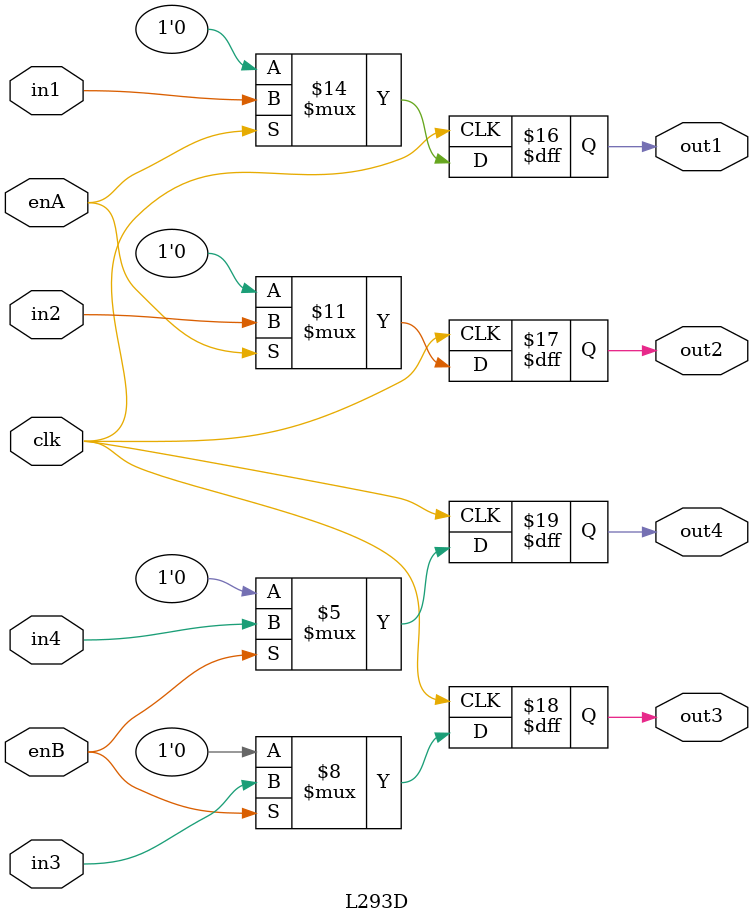
<source format=v>
module L293D(
input in1, in2, in3, in4,
input enA, enB,clk,
output reg out1, out2, out3, out4 
    );
always@(posedge clk)
begin
  if(enA == 1)
    begin
      out1<=in1;
      out2<=in2;
    end 
  else 
    begin
      out1<= 0;
      out2<= 0;
    end
  
  if(enB == 1)
    begin
      out3<=in3;
      out4<=in4;  
    end
  else
    begin
      out3<= 0;
      out4<= 0;
    end
end
endmodule

</source>
